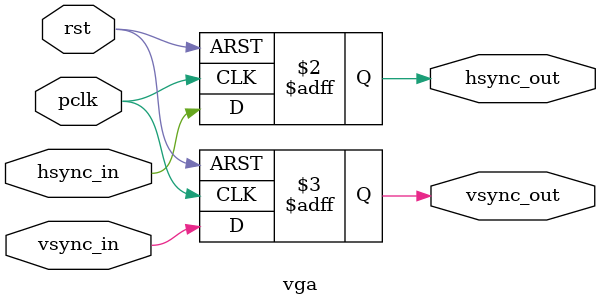
<source format=v>
`timescale 1ns / 1ps


module vga(
    input wire hsync_in,
    input wire vsync_in,
    input wire rst,
    input wire pclk,
    output reg hsync_out,
    output reg vsync_out
  
    );    
    always @(posedge pclk or posedge rst) begin
        if(rst) begin
            hsync_out <= 0;
            vsync_out <= 0;
        end
        else begin
            hsync_out <= hsync_in;
            vsync_out <= vsync_in;
        end
end    
endmodule

</source>
